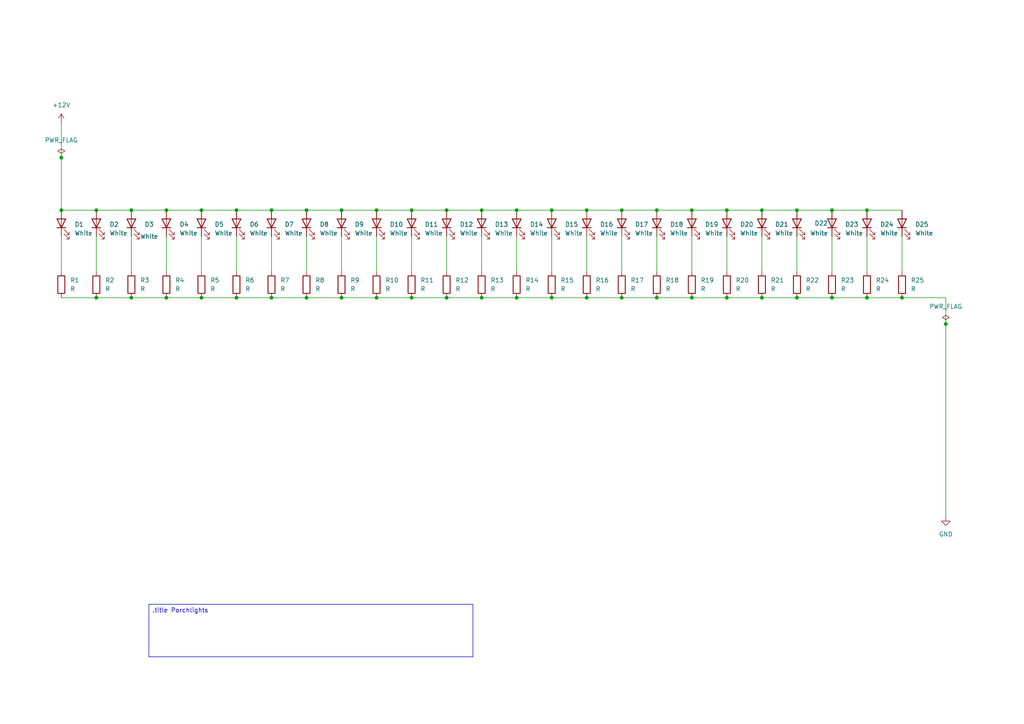
<source format=kicad_sch>
(kicad_sch (version 20230121) (generator eeschema)
  (paper "A4")
  (lib_symbols
    (symbol "Device:R" (pin_numbers hide) (pin_names (offset 0))
      (property "Reference" "R" (at 2.032 0 90))
      (property "Value" "R" (at 0 0 90))
      (symbol "R_0_1"
        (rectangle (start -1.016 -2.54) (end 1.016 2.54) (stroke (width 0.254)))
      )
      (symbol "R_1_1"
        (pin passive line (at 0 3.81 270) (length 1.27) (name "~") (number "1"))
        (pin passive line (at 0 -3.81 90) (length 1.27) (name "~") (number "2"))
      )
    )
    (symbol "porchlights:WhiteLED" (pin_numbers hide) (pin_names (offset 1.016) hide)
      (property "Reference" "D1" (at -1.5875 6.35 0))
      (property "Value" "White" (at -1.5875 3.81 0))
      (symbol "WhiteLED_0_1"
        (polyline (pts (xy -1.27 -1.27) (xy -1.27 1.27)) (stroke (width 0.254)))
        (polyline (pts (xy -1.27 0) (xy 1.27 0)))
        (polyline (pts (xy 1.27 -1.27) (xy 1.27 1.27) (xy -1.27 0) (xy 1.27 -1.27)) (stroke (width 0.254)))
        (polyline (pts (xy -3.048 -0.762) (xy -4.572 -2.286) (xy -3.81 -2.286) (xy -4.572 -2.286) (xy -4.572 -1.524)))
        (polyline (pts (xy -1.778 -0.762) (xy -3.302 -2.286) (xy -2.54 -2.286) (xy -3.302 -2.286) (xy -3.302 -1.524)))
      )
      (symbol "WhiteLED_1_1"
        (pin passive line (at -3.81 0 0) (length 2.54) (name "K") (number "1"))
        (pin passive line (at 3.81 0 180) (length 2.54) (name "A") (number "2"))
      )
    )
    (symbol "power:+12V" (power) (pin_names (offset 0))
      (property "Value" "+12V" (at 0 3.556 0))
      (symbol "+12V_0_1"
        (polyline (pts (xy -0.762 1.27) (xy 0 2.54)))
        (polyline (pts (xy 0 0) (xy 0 2.54)))
        (polyline (pts (xy 0 2.54) (xy 0.762 1.27)))
      )
      (symbol "+12V_1_1"
        (pin power_in line (at 0 0 90) (length 0) hide (name "+12V") (number "1"))
      )
    )
    (symbol "power:GND" (power) (pin_names (offset 0))
      (property "Value" "GND" (at 0 -3.81 0))
      (symbol "GND_0_1"
        (polyline (pts (xy 0 0) (xy 0 -1.27) (xy 1.27 -1.27) (xy 0 -2.54) (xy -1.27 -1.27) (xy 0 -1.27)))
      )
      (symbol "GND_1_1"
        (pin power_in line (at 0 0 270) (length 0) hide (name "GND") (number "1"))
      )
    )
    (symbol "power:PWR_FLAG" (power) (pin_numbers hide) (pin_names (offset 0) hide)
      (property "Value" "PWR_FLAG" (at 0 3.81 0))
      (symbol "PWR_FLAG_0_0"
        (pin power_out line (at 0 0 90) (length 0) (name "pwr") (number "1"))
      )
      (symbol "PWR_FLAG_0_1"
        (polyline (pts (xy 0 0) (xy 0 1.27) (xy -1.016 1.905) (xy 0 2.54) (xy 1.016 1.905) (xy 0 1.27)))
      )
    )
  )
  (junction (at 99.06 60.96))
  (junction (at 139.7 60.96))
  (junction (at 78.74 86.36))
  (junction (at 38.1 60.96))
  (junction (at 48.26 86.36))
  (junction (at 88.9 60.96))
  (junction (at 149.86 86.36))
  (junction (at 68.58 60.96))
  (junction (at 88.9 86.36))
  (junction (at 210.82 60.96))
  (junction (at 119.38 86.36))
  (junction (at 109.22 86.36))
  (junction (at 139.7 86.36))
  (junction (at 109.22 60.96))
  (junction (at 190.5 86.36))
  (junction (at 220.98 60.96))
  (junction (at 180.34 60.96))
  (junction (at 241.3 60.96))
  (junction (at 27.94 60.96))
  (junction (at 160.02 86.36))
  (junction (at 78.74 60.96))
  (junction (at 231.14 60.96))
  (junction (at 129.54 86.36))
  (junction (at 231.14 86.36))
  (junction (at 129.54 60.96))
  (junction (at 170.18 60.96))
  (junction (at 58.42 60.96))
  (junction (at 27.94 86.36))
  (junction (at 200.66 86.36))
  (junction (at 190.5 60.96))
  (junction (at 17.78 45.72))
  (junction (at 160.02 60.96))
  (junction (at 68.58 86.36))
  (junction (at 170.18 86.36))
  (junction (at 274.32 93.98))
  (junction (at 220.98 86.36))
  (junction (at 241.3 86.36))
  (junction (at 17.78 60.96))
  (junction (at 251.46 86.36))
  (junction (at 119.38 60.96))
  (junction (at 99.06 86.36))
  (junction (at 200.66 60.96))
  (junction (at 210.82 86.36))
  (junction (at 180.34 86.36))
  (junction (at 149.86 60.96))
  (junction (at 251.46 60.96))
  (junction (at 58.42 86.36))
  (junction (at 261.62 86.36))
  (junction (at 38.1 86.36))
  (junction (at 48.26 60.96))
  (wire (pts (xy 231.14 60.96) (xy 241.3 60.96)))
  (wire (pts (xy 139.7 68.58) (xy 139.7 78.74)))
  (wire (pts (xy 200.66 86.36) (xy 210.82 86.36)))
  (wire (pts (xy 190.5 68.58) (xy 190.5 78.74)))
  (wire (pts (xy 17.78 86.36) (xy 27.94 86.36)))
  (wire (pts (xy 78.74 86.36) (xy 88.9 86.36)))
  (wire (pts (xy 251.46 86.36) (xy 261.62 86.36)))
  (wire (pts (xy 220.98 60.96) (xy 231.14 60.96)))
  (wire (pts (xy 160.02 68.58) (xy 160.02 78.74)))
  (wire (pts (xy 17.78 35.56) (xy 17.78 45.72)))
  (wire (pts (xy 48.26 86.36) (xy 58.42 86.36)))
  (wire (pts (xy 210.82 68.58) (xy 210.82 78.74)))
  (wire (pts (xy 139.7 86.36) (xy 149.86 86.36)))
  (wire (pts (xy 58.42 86.36) (xy 68.58 86.36)))
  (wire (pts (xy 241.3 68.58) (xy 241.3 78.74)))
  (wire (pts (xy 210.82 86.36) (xy 220.98 86.36)))
  (wire (pts (xy 149.86 86.36) (xy 160.02 86.36)))
  (wire (pts (xy 274.32 149.86) (xy 274.32 93.98)))
  (wire (pts (xy 180.34 60.96) (xy 190.5 60.96)))
  (wire (pts (xy 38.1 68.58) (xy 38.1 78.74)))
  (wire (pts (xy 274.32 93.98) (xy 274.32 86.36)))
  (wire (pts (xy 17.78 68.58) (xy 17.78 78.74)))
  (wire (pts (xy 68.58 86.36) (xy 78.74 86.36)))
  (wire (pts (xy 17.78 45.72) (xy 17.78 60.96)))
  (wire (pts (xy 109.22 60.96) (xy 119.38 60.96)))
  (wire (pts (xy 58.42 60.96) (xy 68.58 60.96)))
  (wire (pts (xy 38.1 60.96) (xy 48.26 60.96)))
  (wire (pts (xy 119.38 60.96) (xy 129.54 60.96)))
  (wire (pts (xy 48.26 68.58) (xy 48.26 78.74)))
  (wire (pts (xy 27.94 68.58) (xy 27.94 78.74)))
  (wire (pts (xy 78.74 68.58) (xy 78.74 78.74)))
  (wire (pts (xy 27.94 86.36) (xy 38.1 86.36)))
  (wire (pts (xy 210.82 60.96) (xy 220.98 60.96)))
  (wire (pts (xy 274.32 86.36) (xy 261.62 86.36)))
  (wire (pts (xy 170.18 86.36) (xy 180.34 86.36)))
  (wire (pts (xy 200.66 60.96) (xy 210.82 60.96)))
  (wire (pts (xy 251.46 68.58) (xy 251.46 78.74)))
  (wire (pts (xy 88.9 60.96) (xy 99.06 60.96)))
  (wire (pts (xy 231.14 86.36) (xy 241.3 86.36)))
  (wire (pts (xy 129.54 60.96) (xy 139.7 60.96)))
  (wire (pts (xy 170.18 60.96) (xy 180.34 60.96)))
  (wire (pts (xy 129.54 86.36) (xy 139.7 86.36)))
  (wire (pts (xy 261.62 68.58) (xy 261.62 78.74)))
  (wire (pts (xy 200.66 68.58) (xy 200.66 78.74)))
  (wire (pts (xy 119.38 68.58) (xy 119.38 78.74)))
  (wire (pts (xy 149.86 60.96) (xy 160.02 60.96)))
  (wire (pts (xy 241.3 60.96) (xy 251.46 60.96)))
  (wire (pts (xy 58.42 68.58) (xy 58.42 78.74)))
  (wire (pts (xy 68.58 68.58) (xy 68.58 78.74)))
  (wire (pts (xy 160.02 60.96) (xy 170.18 60.96)))
  (wire (pts (xy 17.78 60.96) (xy 27.94 60.96)))
  (wire (pts (xy 190.5 86.36) (xy 200.66 86.36)))
  (wire (pts (xy 170.18 68.58) (xy 170.18 78.74)))
  (wire (pts (xy 220.98 86.36) (xy 231.14 86.36)))
  (wire (pts (xy 160.02 86.36) (xy 170.18 86.36)))
  (wire (pts (xy 241.3 86.36) (xy 251.46 86.36)))
  (wire (pts (xy 119.38 86.36) (xy 129.54 86.36)))
  (wire (pts (xy 190.5 60.96) (xy 200.66 60.96)))
  (wire (pts (xy 109.22 68.58) (xy 109.22 78.74)))
  (wire (pts (xy 27.94 60.96) (xy 38.1 60.96)))
  (wire (pts (xy 99.06 86.36) (xy 109.22 86.36)))
  (wire (pts (xy 88.9 86.36) (xy 99.06 86.36)))
  (wire (pts (xy 99.06 68.58) (xy 99.06 78.74)))
  (wire (pts (xy 180.34 86.36) (xy 190.5 86.36)))
  (wire (pts (xy 78.74 60.96) (xy 88.9 60.96)))
  (wire (pts (xy 68.58 60.96) (xy 78.74 60.96)))
  (wire (pts (xy 48.26 60.96) (xy 58.42 60.96)))
  (wire (pts (xy 220.98 68.58) (xy 220.98 78.74)))
  (wire (pts (xy 251.46 60.96) (xy 261.62 60.96)))
  (wire (pts (xy 109.22 86.36) (xy 119.38 86.36)))
  (wire (pts (xy 99.06 60.96) (xy 109.22 60.96)))
  (wire (pts (xy 180.34 68.58) (xy 180.34 78.74)))
  (wire (pts (xy 149.86 68.58) (xy 149.86 78.74)))
  (wire (pts (xy 129.54 68.58) (xy 129.54 78.74)))
  (wire (pts (xy 88.9 68.58) (xy 88.9 78.74)))
  (wire (pts (xy 139.7 60.96) (xy 149.86 60.96)))
  (wire (pts (xy 38.1 86.36) (xy 48.26 86.36)))
  (wire (pts (xy 231.14 68.58) (xy 231.14 78.74)))
  (text_box ".title Porchlights" (at 43.18 175.26 0) (size 93.98 15.24) (effects (font (size 1.27 1.27)) (justify left top)))
  (symbol (lib_id "porchlights:WhiteLED") (at 68.58 64.77 90) (unit 1)
    (property "Reference" "D6" (at 72.39 65.0875 90) (effects (justify right)))
    (property "Value" "White" (at 72.39 67.6275 90) (effects (justify right)))
    (property "Sim.Library" "D:\\development\\kicad\\spice-models\\LED.lib" (effects hide))
    (property "Sim.Name" "WhiteLED" (effects hide))
    (property "Sim.Device" "D" (effects hide))
    (property "Sim.Pins" "1=A 2=K" (effects hide))
  )
  (symbol (lib_id "Device:R") (at 38.1 82.55 0) (unit 1)
    (property "Reference" "R3" (at 40.64 81.28 0) (effects (justify left)))
    (property "Value" "R" (at 40.64 83.82 0) (effects (justify left)))
  )
  (symbol (lib_id "porchlights:WhiteLED") (at 48.26 64.77 90) (unit 1)
    (property "Reference" "D4" (at 52.07 65.0875 90) (effects (justify right)))
    (property "Value" "White" (at 52.07 67.6275 90) (effects (justify right)))
    (property "Sim.Library" "D:\\development\\kicad\\spice-models\\LED.lib" (effects hide))
    (property "Sim.Name" "WhiteLED" (effects hide))
    (property "Sim.Device" "D" (effects hide))
    (property "Sim.Pins" "1=A 2=K" (effects hide))
  )
  (symbol (lib_id "Device:R") (at 261.62 82.55 0) (unit 1)
    (property "Reference" "R25" (at 264.16 81.28 0) (effects (justify left)))
    (property "Value" "R" (at 264.16 83.82 0) (effects (justify left)))
  )
  (symbol (lib_id "porchlights:WhiteLED") (at 149.86 64.77 90) (unit 1)
    (property "Reference" "D14" (at 153.67 65.0875 90) (effects (justify right)))
    (property "Value" "White" (at 153.67 67.6275 90) (effects (justify right)))
    (property "Sim.Library" "D:\\development\\kicad\\spice-models\\LED.lib" (effects hide))
    (property "Sim.Name" "WhiteLED" (effects hide))
    (property "Sim.Device" "D" (effects hide))
    (property "Sim.Pins" "1=A 2=K" (effects hide))
  )
  (symbol (lib_id "Device:R") (at 58.42 82.55 0) (unit 1)
    (property "Reference" "R5" (at 60.96 81.28 0) (effects (justify left)))
    (property "Value" "R" (at 60.96 83.82 0) (effects (justify left)))
  )
  (symbol (lib_id "Device:R") (at 78.74 82.55 0) (unit 1)
    (property "Reference" "R7" (at 81.28 81.28 0) (effects (justify left)))
    (property "Value" "R" (at 81.28 83.82 0) (effects (justify left)))
  )
  (symbol (lib_id "Device:R") (at 251.46 82.55 0) (unit 1)
    (property "Reference" "R24" (at 254 81.28 0) (effects (justify left)))
    (property "Value" "R" (at 254 83.82 0) (effects (justify left)))
  )
  (symbol (lib_id "porchlights:WhiteLED") (at 109.22 64.77 90) (unit 1)
    (property "Reference" "D10" (at 113.03 65.0875 90) (effects (justify right)))
    (property "Value" "White" (at 113.03 67.6275 90) (effects (justify right)))
    (property "Sim.Library" "D:\\development\\kicad\\spice-models\\LED.lib" (effects hide))
    (property "Sim.Name" "WhiteLED" (effects hide))
    (property "Sim.Device" "D" (effects hide))
    (property "Sim.Pins" "1=A 2=K" (effects hide))
  )
  (symbol (lib_id "Device:R") (at 109.22 82.55 0) (unit 1)
    (property "Reference" "R10" (at 111.76 81.28 0) (effects (justify left)))
    (property "Value" "R" (at 111.76 83.82 0) (effects (justify left)))
  )
  (symbol (lib_id "porchlights:WhiteLED") (at 99.06 64.77 90) (unit 1)
    (property "Reference" "D9" (at 102.87 65.0875 90) (effects (justify right)))
    (property "Value" "White" (at 102.87 67.6275 90) (effects (justify right)))
    (property "Sim.Library" "D:\\development\\kicad\\spice-models\\LED.lib" (effects hide))
    (property "Sim.Name" "WhiteLED" (effects hide))
    (property "Sim.Device" "D" (effects hide))
    (property "Sim.Pins" "1=A 2=K" (effects hide))
  )
  (symbol (lib_id "Device:R") (at 149.86 82.55 0) (unit 1)
    (property "Reference" "R14" (at 152.4 81.28 0) (effects (justify left)))
    (property "Value" "R" (at 152.4 83.82 0) (effects (justify left)))
  )
  (symbol (lib_id "porchlights:WhiteLED") (at 129.54 64.77 90) (unit 1)
    (property "Reference" "D12" (at 133.35 65.0875 90) (effects (justify right)))
    (property "Value" "White" (at 133.35 67.6275 90) (effects (justify right)))
    (property "Sim.Library" "D:\\development\\kicad\\spice-models\\LED.lib" (effects hide))
    (property "Sim.Name" "WhiteLED" (effects hide))
    (property "Sim.Device" "D" (effects hide))
    (property "Sim.Pins" "1=A 2=K" (effects hide))
  )
  (symbol (lib_id "porchlights:WhiteLED") (at 38.1 64.77 90) (unit 1)
    (property "Reference" "D3" (at 41.91 65.0875 90) (effects (justify right)))
    (property "Value" "White" (at 40.64 68.58 90) (effects (justify right)))
    (property "Sim.Library" "D:\\development\\kicad\\spice-models\\LED.lib" (effects hide))
    (property "Sim.Name" "WhiteLED" (effects hide))
    (property "Sim.Device" "D" (effects hide))
    (property "Sim.Pins" "1=A 2=K" (effects hide))
  )
  (symbol (lib_id "porchlights:WhiteLED") (at 88.9 64.77 90) (unit 1)
    (property "Reference" "D8" (at 92.71 65.0875 90) (effects (justify right)))
    (property "Value" "White" (at 92.71 67.6275 90) (effects (justify right)))
    (property "Sim.Library" "D:\\development\\kicad\\spice-models\\LED.lib" (effects hide))
    (property "Sim.Name" "WhiteLED" (effects hide))
    (property "Sim.Device" "D" (effects hide))
    (property "Sim.Pins" "1=A 2=K" (effects hide))
  )
  (symbol (lib_id "porchlights:WhiteLED") (at 261.62 64.77 90) (unit 1)
    (property "Reference" "D25" (at 265.43 65.0875 90) (effects (justify right)))
    (property "Value" "White" (at 265.43 67.6275 90) (effects (justify right)))
    (property "Sim.Library" "D:\\development\\kicad\\spice-models\\LED.lib" (effects hide))
    (property "Sim.Name" "WhiteLED" (effects hide))
    (property "Sim.Device" "D" (effects hide))
    (property "Sim.Pins" "1=A 2=K" (effects hide))
  )
  (symbol (lib_id "porchlights:WhiteLED") (at 200.66 64.77 90) (unit 1)
    (property "Reference" "D19" (at 204.47 65.0875 90) (effects (justify right)))
    (property "Value" "White" (at 204.47 67.6275 90) (effects (justify right)))
    (property "Sim.Library" "D:\\development\\kicad\\spice-models\\LED.lib" (effects hide))
    (property "Sim.Name" "WhiteLED" (effects hide))
    (property "Sim.Device" "D" (effects hide))
    (property "Sim.Pins" "1=A 2=K" (effects hide))
  )
  (symbol (lib_id "Device:R") (at 139.7 82.55 0) (unit 1)
    (property "Reference" "R13" (at 142.24 81.28 0) (effects (justify left)))
    (property "Value" "R" (at 142.24 83.82 0) (effects (justify left)))
  )
  (symbol (lib_id "porchlights:WhiteLED") (at 170.18 64.77 90) (unit 1)
    (property "Reference" "D16" (at 173.99 65.0875 90) (effects (justify right)))
    (property "Value" "White" (at 173.99 67.6275 90) (effects (justify right)))
    (property "Sim.Library" "D:\\development\\kicad\\spice-models\\LED.lib" (effects hide))
    (property "Sim.Name" "WhiteLED" (effects hide))
    (property "Sim.Device" "D" (effects hide))
    (property "Sim.Pins" "1=A 2=K" (effects hide))
  )
  (symbol (lib_id "Device:R") (at 190.5 82.55 0) (unit 1)
    (property "Reference" "R18" (at 193.04 81.28 0) (effects (justify left)))
    (property "Value" "R" (at 193.04 83.82 0) (effects (justify left)))
  )
  (symbol (lib_id "porchlights:WhiteLED") (at 58.42 64.77 90) (unit 1)
    (property "Reference" "D5" (at 62.23 65.0875 90) (effects (justify right)))
    (property "Value" "White" (at 62.23 67.6275 90) (effects (justify right)))
    (property "Sim.Library" "D:\\development\\kicad\\spice-models\\LED.lib" (effects hide))
    (property "Sim.Name" "WhiteLED" (effects hide))
    (property "Sim.Device" "D" (effects hide))
    (property "Sim.Pins" "1=A 2=K" (effects hide))
  )
  (symbol (lib_id "porchlights:WhiteLED") (at 17.78 64.77 90) (unit 1)
    (property "Reference" "D1" (at 21.59 65.0875 90) (effects (justify right)))
    (property "Value" "White" (at 21.59 67.6275 90) (effects (justify right)))
    (property "Sim.Library" "D:\\development\\kicad\\spice-models\\LED.lib" (effects hide))
    (property "Sim.Name" "WhiteLED" (effects hide))
    (property "Sim.Device" "D" (effects hide))
    (property "Sim.Pins" "1=A 2=K" (effects hide))
  )
  (symbol (lib_id "power:PWR_FLAG") (at 274.32 93.98 0) (unit 1)
    (property "Reference" "#FLG02" (effects hide))
    (property "Value" "PWR_FLAG" (at 274.32 88.9 0))
  )
  (symbol (lib_id "porchlights:WhiteLED") (at 190.5 64.77 90) (unit 1)
    (property "Reference" "D18" (at 194.31 65.0875 90) (effects (justify right)))
    (property "Value" "White" (at 194.31 67.6275 90) (effects (justify right)))
    (property "Sim.Library" "D:\\development\\kicad\\spice-models\\LED.lib" (effects hide))
    (property "Sim.Name" "WhiteLED" (effects hide))
    (property "Sim.Device" "D" (effects hide))
    (property "Sim.Pins" "1=A 2=K" (effects hide))
  )
  (symbol (lib_id "porchlights:WhiteLED") (at 119.38 64.77 90) (unit 1)
    (property "Reference" "D11" (at 123.19 65.0875 90) (effects (justify right)))
    (property "Value" "White" (at 123.19 67.6275 90) (effects (justify right)))
    (property "Sim.Library" "D:\\development\\kicad\\spice-models\\LED.lib" (effects hide))
    (property "Sim.Name" "WhiteLED" (effects hide))
    (property "Sim.Device" "D" (effects hide))
    (property "Sim.Pins" "1=A 2=K" (effects hide))
  )
  (symbol (lib_id "Device:R") (at 160.02 82.55 0) (unit 1)
    (property "Reference" "R15" (at 162.56 81.28 0) (effects (justify left)))
    (property "Value" "R" (at 162.56 83.82 0) (effects (justify left)))
  )
  (symbol (lib_id "porchlights:WhiteLED") (at 241.3 64.77 90) (unit 1)
    (property "Reference" "D23" (at 245.11 65.0875 90) (effects (justify right)))
    (property "Value" "White" (at 245.11 67.6275 90) (effects (justify right)))
    (property "Sim.Library" "D:\\development\\kicad\\spice-models\\LED.lib" (effects hide))
    (property "Sim.Name" "WhiteLED" (effects hide))
    (property "Sim.Device" "D" (effects hide))
    (property "Sim.Pins" "1=A 2=K" (effects hide))
  )
  (symbol (lib_id "porchlights:WhiteLED") (at 231.14 64.77 90) (unit 1)
    (property "Reference" "D22" (at 236.22 64.77 90) (effects (justify right)))
    (property "Value" "White" (at 234.95 67.6275 90) (effects (justify right)))
    (property "Sim.Library" "D:\\development\\kicad\\spice-models\\LED.lib" (effects hide))
    (property "Sim.Name" "WhiteLED" (effects hide))
    (property "Sim.Device" "D" (effects hide))
    (property "Sim.Pins" "1=A 2=K" (effects hide))
  )
  (symbol (lib_id "Device:R") (at 210.82 82.55 0) (unit 1)
    (property "Reference" "R20" (at 213.36 81.28 0) (effects (justify left)))
    (property "Value" "R" (at 213.36 83.82 0) (effects (justify left)))
  )
  (symbol (lib_id "Device:R") (at 200.66 82.55 0) (unit 1)
    (property "Reference" "R19" (at 203.2 81.28 0) (effects (justify left)))
    (property "Value" "R" (at 203.2 83.82 0) (effects (justify left)))
  )
  (symbol (lib_id "power:GND") (at 274.32 149.86 0) (unit 1)
    (property "Reference" "#PWR02" (effects hide))
    (property "Value" "GND" (at 274.32 154.94 0))
    (property "Sim.Device" "V" (effects hide))
    (property "Sim.Type" "DC" (effects hide))
    (property "Sim.Pins" "1=+" (effects hide))
    (property "Sim.Params" "dc=\"\"" (effects hide))
    (property "Sim.Enable" "0" (effects hide))
  )
  (symbol (lib_id "Device:R") (at 180.34 82.55 0) (unit 1)
    (property "Reference" "R17" (at 182.88 81.28 0) (effects (justify left)))
    (property "Value" "R" (at 182.88 83.82 0) (effects (justify left)))
  )
  (symbol (lib_id "Device:R") (at 17.78 82.55 0) (unit 1)
    (property "Reference" "R1" (at 20.32 81.28 0) (effects (justify left)))
    (property "Value" "R" (at 20.32 83.82 0) (effects (justify left)))
  )
  (symbol (lib_id "Device:R") (at 231.14 82.55 0) (unit 1)
    (property "Reference" "R22" (at 233.68 81.28 0) (effects (justify left)))
    (property "Value" "R" (at 233.68 83.82 0) (effects (justify left)))
  )
  (symbol (lib_id "porchlights:WhiteLED") (at 210.82 64.77 90) (unit 1)
    (property "Reference" "D20" (at 214.63 65.0875 90) (effects (justify right)))
    (property "Value" "White" (at 214.63 67.6275 90) (effects (justify right)))
    (property "Sim.Library" "D:\\development\\kicad\\spice-models\\LED.lib" (effects hide))
    (property "Sim.Name" "WhiteLED" (effects hide))
    (property "Sim.Device" "D" (effects hide))
    (property "Sim.Pins" "1=A 2=K" (effects hide))
  )
  (symbol (lib_id "Device:R") (at 68.58 82.55 0) (unit 1)
    (property "Reference" "R6" (at 71.12 81.28 0) (effects (justify left)))
    (property "Value" "R" (at 71.12 83.82 0) (effects (justify left)))
  )
  (symbol (lib_id "power:+12V") (at 17.78 35.56 0) (unit 1)
    (property "Reference" "#PWR01" (effects hide))
    (property "Value" "+12V" (at 17.78 30.48 0))
    (property "Sim.Device" "V" (effects hide))
    (property "Sim.Type" "DC" (effects hide))
    (property "Sim.Pins" "1=+" (effects hide))
    (property "Sim.Params" "dc=12" (effects hide))
  )
  (symbol (lib_id "porchlights:WhiteLED") (at 139.7 64.77 90) (unit 1)
    (property "Reference" "D13" (at 143.51 65.0875 90) (effects (justify right)))
    (property "Value" "White" (at 143.51 67.6275 90) (effects (justify right)))
    (property "Sim.Library" "D:\\development\\kicad\\spice-models\\LED.lib" (effects hide))
    (property "Sim.Name" "WhiteLED" (effects hide))
    (property "Sim.Device" "D" (effects hide))
    (property "Sim.Pins" "1=A 2=K" (effects hide))
  )
  (symbol (lib_id "Device:R") (at 170.18 82.55 0) (unit 1)
    (property "Reference" "R16" (at 172.72 81.28 0) (effects (justify left)))
    (property "Value" "R" (at 172.72 83.82 0) (effects (justify left)))
  )
  (symbol (lib_id "porchlights:WhiteLED") (at 251.46 64.77 90) (unit 1)
    (property "Reference" "D24" (at 255.27 65.0875 90) (effects (justify right)))
    (property "Value" "White" (at 255.27 67.6275 90) (effects (justify right)))
    (property "Sim.Library" "D:\\development\\kicad\\spice-models\\LED.lib" (effects hide))
    (property "Sim.Name" "WhiteLED" (effects hide))
    (property "Sim.Device" "D" (effects hide))
    (property "Sim.Pins" "1=A 2=K" (effects hide))
  )
  (symbol (lib_id "porchlights:WhiteLED") (at 220.98 64.77 90) (unit 1)
    (property "Reference" "D21" (at 224.79 65.0875 90) (effects (justify right)))
    (property "Value" "White" (at 224.79 67.6275 90) (effects (justify right)))
    (property "Sim.Library" "D:\\development\\kicad\\spice-models\\LED.lib" (effects hide))
    (property "Sim.Name" "WhiteLED" (effects hide))
    (property "Sim.Device" "D" (effects hide))
    (property "Sim.Pins" "1=A 2=K" (effects hide))
  )
  (symbol (lib_id "Device:R") (at 241.3 82.55 0) (unit 1)
    (property "Reference" "R23" (at 243.84 81.28 0) (effects (justify left)))
    (property "Value" "R" (at 243.84 83.82 0) (effects (justify left)))
  )
  (symbol (lib_id "power:PWR_FLAG") (at 17.78 45.72 0) (unit 1)
    (property "Reference" "#FLG01" (effects hide))
    (property "Value" "PWR_FLAG" (at 17.78 40.64 0))
  )
  (symbol (lib_id "Device:R") (at 99.06 82.55 0) (unit 1)
    (property "Reference" "R9" (at 101.6 81.28 0) (effects (justify left)))
    (property "Value" "R" (at 101.6 83.82 0) (effects (justify left)))
  )
  (symbol (lib_id "Device:R") (at 48.26 82.55 0) (unit 1)
    (property "Reference" "R4" (at 50.8 81.28 0) (effects (justify left)))
    (property "Value" "R" (at 50.8 83.82 0) (effects (justify left)))
  )
  (symbol (lib_id "Device:R") (at 220.98 82.55 0) (unit 1)
    (property "Reference" "R21" (at 223.52 81.28 0) (effects (justify left)))
    (property "Value" "R" (at 223.52 83.82 0) (effects (justify left)))
  )
  (symbol (lib_id "porchlights:WhiteLED") (at 78.74 64.77 90) (unit 1)
    (property "Reference" "D7" (at 82.55 65.0875 90) (effects (justify right)))
    (property "Value" "White" (at 82.55 67.6275 90) (effects (justify right)))
    (property "Sim.Library" "D:\\development\\kicad\\spice-models\\LED.lib" (effects hide))
    (property "Sim.Name" "WhiteLED" (effects hide))
    (property "Sim.Device" "D" (effects hide))
    (property "Sim.Pins" "1=A 2=K" (effects hide))
  )
  (symbol (lib_id "Device:R") (at 129.54 82.55 0) (unit 1)
    (property "Reference" "R12" (at 132.08 81.28 0) (effects (justify left)))
    (property "Value" "R" (at 132.08 83.82 0) (effects (justify left)))
  )
  (symbol (lib_id "Device:R") (at 119.38 82.55 0) (unit 1)
    (property "Reference" "R11" (at 121.92 81.28 0) (effects (justify left)))
    (property "Value" "R" (at 121.92 83.82 0) (effects (justify left)))
  )
  (symbol (lib_id "porchlights:WhiteLED") (at 180.34 64.77 90) (unit 1)
    (property "Reference" "D17" (at 184.15 65.0875 90) (effects (justify right)))
    (property "Value" "White" (at 184.15 67.6275 90) (effects (justify right)))
    (property "Sim.Library" "D:\\development\\kicad\\spice-models\\LED.lib" (effects hide))
    (property "Sim.Name" "WhiteLED" (effects hide))
    (property "Sim.Device" "D" (effects hide))
    (property "Sim.Pins" "1=A 2=K" (effects hide))
  )
  (symbol (lib_id "Device:R") (at 88.9 82.55 0) (unit 1)
    (property "Reference" "R8" (at 91.44 81.28 0) (effects (justify left)))
    (property "Value" "R" (at 91.44 83.82 0) (effects (justify left)))
  )
  (symbol (lib_id "porchlights:WhiteLED") (at 160.02 64.77 90) (unit 1)
    (property "Reference" "D15" (at 163.83 65.0875 90) (effects (justify right)))
    (property "Value" "White" (at 163.83 67.6275 90) (effects (justify right)))
    (property "Sim.Library" "D:\\development\\kicad\\spice-models\\LED.lib" (effects hide))
    (property "Sim.Name" "WhiteLED" (effects hide))
    (property "Sim.Device" "D" (effects hide))
    (property "Sim.Pins" "1=A 2=K" (effects hide))
  )
  (symbol (lib_id "porchlights:WhiteLED") (at 27.94 64.77 90) (unit 1)
    (property "Reference" "D2" (at 31.75 65.0875 90) (effects (justify right)))
    (property "Value" "White" (at 31.75 67.6275 90) (effects (justify right)))
    (property "Sim.Library" "D:\\development\\kicad\\spice-models\\LED.lib" (effects hide))
    (property "Sim.Name" "WhiteLED" (effects hide))
    (property "Sim.Device" "D" (effects hide))
    (property "Sim.Pins" "1=A 2=K" (effects hide))
  )
  (symbol (lib_id "Device:R") (at 27.94 82.55 0) (unit 1)
    (property "Reference" "R2" (at 30.48 81.28 0) (effects (justify left)))
    (property "Value" "R" (at 30.48 83.82 0) (effects (justify left)))
  )
)
</source>
